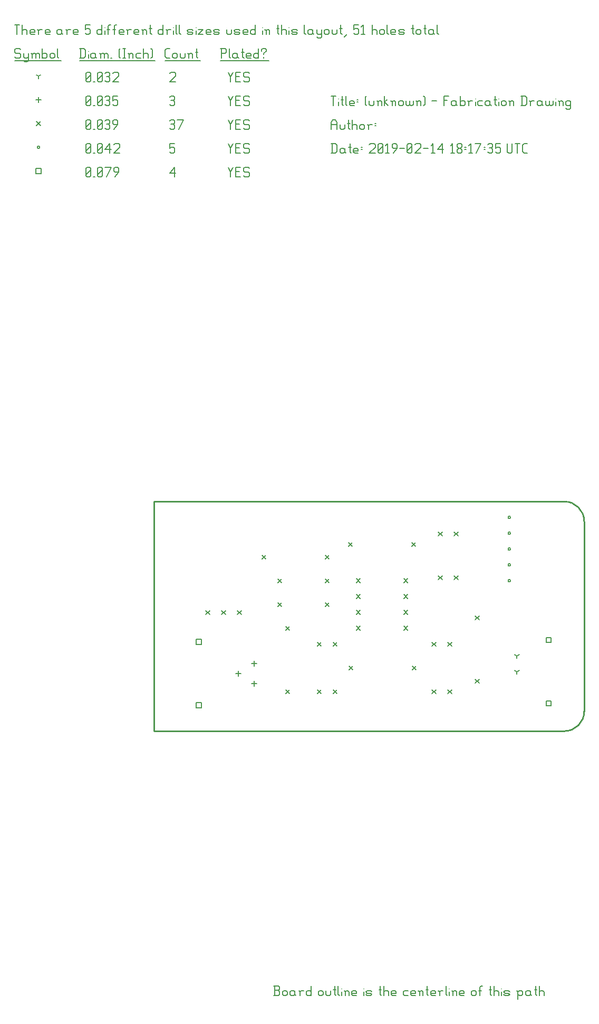
<source format=gbr>
G04 start of page 11 for group -1 layer_idx 268435461 *
G04 Title: (unknown), <virtual group> *
G04 Creator: pcb-rnd 2.1.0 *
G04 CreationDate: 2019-02-14 18:17:35 UTC *
G04 For:  *
G04 Format: Gerber/RS-274X *
G04 PCB-Dimensions: 500000 500000 *
G04 PCB-Coordinate-Origin: lower left *
%MOIN*%
%FSLAX25Y25*%
%LNFAB*%
%ADD62C,0.0100*%
%ADD61C,0.0075*%
%ADD60C,0.0060*%
%ADD59C,0.0080*%
G54D59*X114681Y175496D02*X117881D01*
X114681D02*Y172296D01*
X117881D01*
Y175496D02*Y172296D01*
X114681Y215496D02*X117881D01*
X114681D02*Y212296D01*
X117881D01*
Y215496D02*Y212296D01*
X335900Y216600D02*X339100D01*
X335900D02*Y213400D01*
X339100D01*
Y216600D02*Y213400D01*
X335900Y176600D02*X339100D01*
X335900D02*Y173400D01*
X339100D01*
Y176600D02*Y173400D01*
X13400Y512850D02*X16600D01*
X13400D02*Y509650D01*
X16600D01*
Y512850D02*Y509650D01*
G54D60*X135000Y513500D02*X136500Y510500D01*
X138000Y513500D01*
X136500Y510500D02*Y507500D01*
X139800Y510800D02*X142050D01*
X139800Y507500D02*X142800D01*
X139800Y513500D02*Y507500D01*
Y513500D02*X142800D01*
X147600D02*X148350Y512750D01*
X145350Y513500D02*X147600D01*
X144600Y512750D02*X145350Y513500D01*
X144600Y512750D02*Y511250D01*
X145350Y510500D01*
X147600D01*
X148350Y509750D01*
Y508250D01*
X147600Y507500D02*X148350Y508250D01*
X145350Y507500D02*X147600D01*
X144600Y508250D02*X145350Y507500D01*
X98000Y509750D02*X101000Y513500D01*
X98000Y509750D02*X101750D01*
X101000Y513500D02*Y507500D01*
X45000Y508250D02*X45750Y507500D01*
X45000Y512750D02*Y508250D01*
Y512750D02*X45750Y513500D01*
X47250D01*
X48000Y512750D01*
Y508250D01*
X47250Y507500D02*X48000Y508250D01*
X45750Y507500D02*X47250D01*
X45000Y509000D02*X48000Y512000D01*
X49800Y507500D02*X50550D01*
X52350Y508250D02*X53100Y507500D01*
X52350Y512750D02*Y508250D01*
Y512750D02*X53100Y513500D01*
X54600D01*
X55350Y512750D01*
Y508250D01*
X54600Y507500D02*X55350Y508250D01*
X53100Y507500D02*X54600D01*
X52350Y509000D02*X55350Y512000D01*
X57900Y507500D02*X60900Y513500D01*
X57150D02*X60900D01*
X63450Y507500D02*X65700Y510500D01*
Y512750D02*Y510500D01*
X64950Y513500D02*X65700Y512750D01*
X63450Y513500D02*X64950D01*
X62700Y512750D02*X63450Y513500D01*
X62700Y512750D02*Y511250D01*
X63450Y510500D01*
X65700D01*
X311800Y292500D02*G75*G03X313400Y292500I800J0D01*G01*
G75*G03X311800Y292500I-800J0D01*G01*
Y282500D02*G75*G03X313400Y282500I800J0D01*G01*
G75*G03X311800Y282500I-800J0D01*G01*
Y272500D02*G75*G03X313400Y272500I800J0D01*G01*
G75*G03X311800Y272500I-800J0D01*G01*
Y262500D02*G75*G03X313400Y262500I800J0D01*G01*
G75*G03X311800Y262500I-800J0D01*G01*
Y252500D02*G75*G03X313400Y252500I800J0D01*G01*
G75*G03X311800Y252500I-800J0D01*G01*
X14200Y526250D02*G75*G03X15800Y526250I800J0D01*G01*
G75*G03X14200Y526250I-800J0D01*G01*
X135000Y528500D02*X136500Y525500D01*
X138000Y528500D01*
X136500Y525500D02*Y522500D01*
X139800Y525800D02*X142050D01*
X139800Y522500D02*X142800D01*
X139800Y528500D02*Y522500D01*
Y528500D02*X142800D01*
X147600D02*X148350Y527750D01*
X145350Y528500D02*X147600D01*
X144600Y527750D02*X145350Y528500D01*
X144600Y527750D02*Y526250D01*
X145350Y525500D01*
X147600D01*
X148350Y524750D01*
Y523250D01*
X147600Y522500D02*X148350Y523250D01*
X145350Y522500D02*X147600D01*
X144600Y523250D02*X145350Y522500D01*
X98000Y528500D02*X101000D01*
X98000D02*Y525500D01*
X98750Y526250D01*
X100250D01*
X101000Y525500D01*
Y523250D01*
X100250Y522500D02*X101000Y523250D01*
X98750Y522500D02*X100250D01*
X98000Y523250D02*X98750Y522500D01*
X45000Y523250D02*X45750Y522500D01*
X45000Y527750D02*Y523250D01*
Y527750D02*X45750Y528500D01*
X47250D01*
X48000Y527750D01*
Y523250D01*
X47250Y522500D02*X48000Y523250D01*
X45750Y522500D02*X47250D01*
X45000Y524000D02*X48000Y527000D01*
X49800Y522500D02*X50550D01*
X52350Y523250D02*X53100Y522500D01*
X52350Y527750D02*Y523250D01*
Y527750D02*X53100Y528500D01*
X54600D01*
X55350Y527750D01*
Y523250D01*
X54600Y522500D02*X55350Y523250D01*
X53100Y522500D02*X54600D01*
X52350Y524000D02*X55350Y527000D01*
X57150Y524750D02*X60150Y528500D01*
X57150Y524750D02*X60900D01*
X60150Y528500D02*Y522500D01*
X62700Y527750D02*X63450Y528500D01*
X65700D01*
X66450Y527750D01*
Y526250D01*
X62700Y522500D02*X66450Y526250D01*
X62700Y522500D02*X66450D01*
X216022Y253772D02*X218422Y251372D01*
X216022D02*X218422Y253772D01*
X216022Y243772D02*X218422Y241372D01*
X216022D02*X218422Y243772D01*
X216022Y233772D02*X218422Y231372D01*
X216022D02*X218422Y233772D01*
X216022Y223772D02*X218422Y221372D01*
X216022D02*X218422Y223772D01*
X211300Y198700D02*X213700Y196300D01*
X211300D02*X213700Y198700D01*
X191300Y213700D02*X193700Y211300D01*
X191300D02*X193700Y213700D01*
X201300D02*X203700Y211300D01*
X201300D02*X203700Y213700D01*
X191300Y183700D02*X193700Y181300D01*
X191300D02*X193700Y183700D01*
X201300D02*X203700Y181300D01*
X201300D02*X203700Y183700D01*
X166300Y238700D02*X168700Y236300D01*
X166300D02*X168700Y238700D01*
X171300Y223700D02*X173700Y221300D01*
X171300D02*X173700Y223700D01*
X171300Y183700D02*X173700Y181300D01*
X171300D02*X173700Y183700D01*
X140800Y233700D02*X143200Y231300D01*
X140800D02*X143200Y233700D01*
X130800D02*X133200Y231300D01*
X130800D02*X133200Y233700D01*
X120800D02*X123200Y231300D01*
X120800D02*X123200Y233700D01*
X196300Y238700D02*X198700Y236300D01*
X196300D02*X198700Y238700D01*
X166300Y253700D02*X168700Y251300D01*
X166300D02*X168700Y253700D01*
X196300D02*X198700Y251300D01*
X196300D02*X198700Y253700D01*
X246022Y253772D02*X248422Y251372D01*
X246022D02*X248422Y253772D01*
X246022Y243772D02*X248422Y241372D01*
X246022D02*X248422Y243772D01*
X246022Y233772D02*X248422Y231372D01*
X246022D02*X248422Y233772D01*
X246022Y223772D02*X248422Y221372D01*
X246022D02*X248422Y223772D01*
X263800Y213700D02*X266200Y211300D01*
X263800D02*X266200Y213700D01*
X273800D02*X276200Y211300D01*
X273800D02*X276200Y213700D01*
X251300Y198700D02*X253700Y196300D01*
X251300D02*X253700Y198700D01*
X291135Y230224D02*X293535Y227824D01*
X291135D02*X293535Y230224D01*
X210916Y276604D02*X213316Y274204D01*
X210916D02*X213316Y276604D01*
X156300Y268700D02*X158700Y266300D01*
X156300D02*X158700Y268700D01*
X196300D02*X198700Y266300D01*
X196300D02*X198700Y268700D01*
X250916Y276604D02*X253316Y274204D01*
X250916D02*X253316Y276604D01*
X267800Y255700D02*X270200Y253300D01*
X267800D02*X270200Y255700D01*
X277800D02*X280200Y253300D01*
X277800D02*X280200Y255700D01*
X267800Y283200D02*X270200Y280800D01*
X267800D02*X270200Y283200D01*
X277800D02*X280200Y280800D01*
X277800D02*X280200Y283200D01*
X263800Y183700D02*X266200Y181300D01*
X263800D02*X266200Y183700D01*
X273800D02*X276200Y181300D01*
X273800D02*X276200Y183700D01*
X291135Y190224D02*X293535Y187824D01*
X291135D02*X293535Y190224D01*
X13800Y542450D02*X16200Y540050D01*
X13800D02*X16200Y542450D01*
X135000Y543500D02*X136500Y540500D01*
X138000Y543500D01*
X136500Y540500D02*Y537500D01*
X139800Y540800D02*X142050D01*
X139800Y537500D02*X142800D01*
X139800Y543500D02*Y537500D01*
Y543500D02*X142800D01*
X147600D02*X148350Y542750D01*
X145350Y543500D02*X147600D01*
X144600Y542750D02*X145350Y543500D01*
X144600Y542750D02*Y541250D01*
X145350Y540500D01*
X147600D01*
X148350Y539750D01*
Y538250D01*
X147600Y537500D02*X148350Y538250D01*
X145350Y537500D02*X147600D01*
X144600Y538250D02*X145350Y537500D01*
X98000Y542750D02*X98750Y543500D01*
X100250D01*
X101000Y542750D01*
X100250Y537500D02*X101000Y538250D01*
X98750Y537500D02*X100250D01*
X98000Y538250D02*X98750Y537500D01*
Y540800D02*X100250D01*
X101000Y542750D02*Y541550D01*
Y540050D02*Y538250D01*
Y540050D02*X100250Y540800D01*
X101000Y541550D02*X100250Y540800D01*
X103550Y537500D02*X106550Y543500D01*
X102800D02*X106550D01*
X45000Y538250D02*X45750Y537500D01*
X45000Y542750D02*Y538250D01*
Y542750D02*X45750Y543500D01*
X47250D01*
X48000Y542750D01*
Y538250D01*
X47250Y537500D02*X48000Y538250D01*
X45750Y537500D02*X47250D01*
X45000Y539000D02*X48000Y542000D01*
X49800Y537500D02*X50550D01*
X52350Y538250D02*X53100Y537500D01*
X52350Y542750D02*Y538250D01*
Y542750D02*X53100Y543500D01*
X54600D01*
X55350Y542750D01*
Y538250D01*
X54600Y537500D02*X55350Y538250D01*
X53100Y537500D02*X54600D01*
X52350Y539000D02*X55350Y542000D01*
X57150Y542750D02*X57900Y543500D01*
X59400D01*
X60150Y542750D01*
X59400Y537500D02*X60150Y538250D01*
X57900Y537500D02*X59400D01*
X57150Y538250D02*X57900Y537500D01*
Y540800D02*X59400D01*
X60150Y542750D02*Y541550D01*
Y540050D02*Y538250D01*
Y540050D02*X59400Y540800D01*
X60150Y541550D02*X59400Y540800D01*
X62700Y537500D02*X64950Y540500D01*
Y542750D02*Y540500D01*
X64200Y543500D02*X64950Y542750D01*
X62700Y543500D02*X64200D01*
X61950Y542750D02*X62700Y543500D01*
X61950Y542750D02*Y541250D01*
X62700Y540500D01*
X64950D01*
X151281Y189196D02*Y185996D01*
X149681Y187596D02*X152881D01*
X151281Y201796D02*Y198596D01*
X149681Y200196D02*X152881D01*
X141281Y195496D02*Y192296D01*
X139681Y193896D02*X142881D01*
X15000Y557850D02*Y554650D01*
X13400Y556250D02*X16600D01*
X135000Y558500D02*X136500Y555500D01*
X138000Y558500D01*
X136500Y555500D02*Y552500D01*
X139800Y555800D02*X142050D01*
X139800Y552500D02*X142800D01*
X139800Y558500D02*Y552500D01*
Y558500D02*X142800D01*
X147600D02*X148350Y557750D01*
X145350Y558500D02*X147600D01*
X144600Y557750D02*X145350Y558500D01*
X144600Y557750D02*Y556250D01*
X145350Y555500D01*
X147600D01*
X148350Y554750D01*
Y553250D01*
X147600Y552500D02*X148350Y553250D01*
X145350Y552500D02*X147600D01*
X144600Y553250D02*X145350Y552500D01*
X98000Y557750D02*X98750Y558500D01*
X100250D01*
X101000Y557750D01*
X100250Y552500D02*X101000Y553250D01*
X98750Y552500D02*X100250D01*
X98000Y553250D02*X98750Y552500D01*
Y555800D02*X100250D01*
X101000Y557750D02*Y556550D01*
Y555050D02*Y553250D01*
Y555050D02*X100250Y555800D01*
X101000Y556550D02*X100250Y555800D01*
X45000Y553250D02*X45750Y552500D01*
X45000Y557750D02*Y553250D01*
Y557750D02*X45750Y558500D01*
X47250D01*
X48000Y557750D01*
Y553250D01*
X47250Y552500D02*X48000Y553250D01*
X45750Y552500D02*X47250D01*
X45000Y554000D02*X48000Y557000D01*
X49800Y552500D02*X50550D01*
X52350Y553250D02*X53100Y552500D01*
X52350Y557750D02*Y553250D01*
Y557750D02*X53100Y558500D01*
X54600D01*
X55350Y557750D01*
Y553250D01*
X54600Y552500D02*X55350Y553250D01*
X53100Y552500D02*X54600D01*
X52350Y554000D02*X55350Y557000D01*
X57150Y557750D02*X57900Y558500D01*
X59400D01*
X60150Y557750D01*
X59400Y552500D02*X60150Y553250D01*
X57900Y552500D02*X59400D01*
X57150Y553250D02*X57900Y552500D01*
Y555800D02*X59400D01*
X60150Y557750D02*Y556550D01*
Y555050D02*Y553250D01*
Y555050D02*X59400Y555800D01*
X60150Y556550D02*X59400Y555800D01*
X61950Y558500D02*X64950D01*
X61950D02*Y555500D01*
X62700Y556250D01*
X64200D01*
X64950Y555500D01*
Y553250D01*
X64200Y552500D02*X64950Y553250D01*
X62700Y552500D02*X64200D01*
X61950Y553250D02*X62700Y552500D01*
X317500Y205000D02*Y203400D01*
Y205000D02*X318887Y205800D01*
X317500Y205000D02*X316113Y205800D01*
X317500Y195000D02*Y193400D01*
Y195000D02*X318887Y195800D01*
X317500Y195000D02*X316113Y195800D01*
X15000Y571250D02*Y569650D01*
Y571250D02*X16387Y572050D01*
X15000Y571250D02*X13613Y572050D01*
X135000Y573500D02*X136500Y570500D01*
X138000Y573500D01*
X136500Y570500D02*Y567500D01*
X139800Y570800D02*X142050D01*
X139800Y567500D02*X142800D01*
X139800Y573500D02*Y567500D01*
Y573500D02*X142800D01*
X147600D02*X148350Y572750D01*
X145350Y573500D02*X147600D01*
X144600Y572750D02*X145350Y573500D01*
X144600Y572750D02*Y571250D01*
X145350Y570500D01*
X147600D01*
X148350Y569750D01*
Y568250D01*
X147600Y567500D02*X148350Y568250D01*
X145350Y567500D02*X147600D01*
X144600Y568250D02*X145350Y567500D01*
X98000Y572750D02*X98750Y573500D01*
X101000D01*
X101750Y572750D01*
Y571250D01*
X98000Y567500D02*X101750Y571250D01*
X98000Y567500D02*X101750D01*
X45000Y568250D02*X45750Y567500D01*
X45000Y572750D02*Y568250D01*
Y572750D02*X45750Y573500D01*
X47250D01*
X48000Y572750D01*
Y568250D01*
X47250Y567500D02*X48000Y568250D01*
X45750Y567500D02*X47250D01*
X45000Y569000D02*X48000Y572000D01*
X49800Y567500D02*X50550D01*
X52350Y568250D02*X53100Y567500D01*
X52350Y572750D02*Y568250D01*
Y572750D02*X53100Y573500D01*
X54600D01*
X55350Y572750D01*
Y568250D01*
X54600Y567500D02*X55350Y568250D01*
X53100Y567500D02*X54600D01*
X52350Y569000D02*X55350Y572000D01*
X57150Y572750D02*X57900Y573500D01*
X59400D01*
X60150Y572750D01*
X59400Y567500D02*X60150Y568250D01*
X57900Y567500D02*X59400D01*
X57150Y568250D02*X57900Y567500D01*
Y570800D02*X59400D01*
X60150Y572750D02*Y571550D01*
Y570050D02*Y568250D01*
Y570050D02*X59400Y570800D01*
X60150Y571550D02*X59400Y570800D01*
X61950Y572750D02*X62700Y573500D01*
X64950D01*
X65700Y572750D01*
Y571250D01*
X61950Y567500D02*X65700Y571250D01*
X61950Y567500D02*X65700D01*
X3000Y588500D02*X3750Y587750D01*
X750Y588500D02*X3000D01*
X0Y587750D02*X750Y588500D01*
X0Y587750D02*Y586250D01*
X750Y585500D01*
X3000D01*
X3750Y584750D01*
Y583250D01*
X3000Y582500D02*X3750Y583250D01*
X750Y582500D02*X3000D01*
X0Y583250D02*X750Y582500D01*
X5550Y585500D02*Y583250D01*
X6300Y582500D01*
X8550Y585500D02*Y581000D01*
X7800Y580250D02*X8550Y581000D01*
X6300Y580250D02*X7800D01*
X5550Y581000D02*X6300Y580250D01*
Y582500D02*X7800D01*
X8550Y583250D01*
X11100Y584750D02*Y582500D01*
Y584750D02*X11850Y585500D01*
X12600D01*
X13350Y584750D01*
Y582500D01*
Y584750D02*X14100Y585500D01*
X14850D01*
X15600Y584750D01*
Y582500D01*
X10350Y585500D02*X11100Y584750D01*
X17400Y588500D02*Y582500D01*
Y583250D02*X18150Y582500D01*
X19650D01*
X20400Y583250D01*
Y584750D02*Y583250D01*
X19650Y585500D02*X20400Y584750D01*
X18150Y585500D02*X19650D01*
X17400Y584750D02*X18150Y585500D01*
X22200Y584750D02*Y583250D01*
Y584750D02*X22950Y585500D01*
X24450D01*
X25200Y584750D01*
Y583250D01*
X24450Y582500D02*X25200Y583250D01*
X22950Y582500D02*X24450D01*
X22200Y583250D02*X22950Y582500D01*
X27000Y588500D02*Y583250D01*
X27750Y582500D01*
X0Y580750D02*X29250D01*
X41750Y588500D02*Y582500D01*
X43700Y588500D02*X44750Y587450D01*
Y583550D01*
X43700Y582500D02*X44750Y583550D01*
X41000Y582500D02*X43700D01*
X41000Y588500D02*X43700D01*
G54D61*X46550Y587000D02*Y586850D01*
G54D60*Y584750D02*Y582500D01*
X50300Y585500D02*X51050Y584750D01*
X48800Y585500D02*X50300D01*
X48050Y584750D02*X48800Y585500D01*
X48050Y584750D02*Y583250D01*
X48800Y582500D01*
X51050Y585500D02*Y583250D01*
X51800Y582500D01*
X48800D02*X50300D01*
X51050Y583250D01*
X54350Y584750D02*Y582500D01*
Y584750D02*X55100Y585500D01*
X55850D01*
X56600Y584750D01*
Y582500D01*
Y584750D02*X57350Y585500D01*
X58100D01*
X58850Y584750D01*
Y582500D01*
X53600Y585500D02*X54350Y584750D01*
X60650Y582500D02*X61400D01*
X65900Y583250D02*X66650Y582500D01*
X65900Y587750D02*X66650Y588500D01*
X65900Y587750D02*Y583250D01*
X68450Y588500D02*X69950D01*
X69200D02*Y582500D01*
X68450D02*X69950D01*
X72500Y584750D02*Y582500D01*
Y584750D02*X73250Y585500D01*
X74000D01*
X74750Y584750D01*
Y582500D01*
X71750Y585500D02*X72500Y584750D01*
X77300Y585500D02*X79550D01*
X76550Y584750D02*X77300Y585500D01*
X76550Y584750D02*Y583250D01*
X77300Y582500D01*
X79550D01*
X81350Y588500D02*Y582500D01*
Y584750D02*X82100Y585500D01*
X83600D01*
X84350Y584750D01*
Y582500D01*
X86150Y588500D02*X86900Y587750D01*
Y583250D01*
X86150Y582500D02*X86900Y583250D01*
X41000Y580750D02*X88700D01*
X96050Y582500D02*X98000D01*
X95000Y583550D02*X96050Y582500D01*
X95000Y587450D02*Y583550D01*
Y587450D02*X96050Y588500D01*
X98000D01*
X99800Y584750D02*Y583250D01*
Y584750D02*X100550Y585500D01*
X102050D01*
X102800Y584750D01*
Y583250D01*
X102050Y582500D02*X102800Y583250D01*
X100550Y582500D02*X102050D01*
X99800Y583250D02*X100550Y582500D01*
X104600Y585500D02*Y583250D01*
X105350Y582500D01*
X106850D01*
X107600Y583250D01*
Y585500D02*Y583250D01*
X110150Y584750D02*Y582500D01*
Y584750D02*X110900Y585500D01*
X111650D01*
X112400Y584750D01*
Y582500D01*
X109400Y585500D02*X110150Y584750D01*
X114950Y588500D02*Y583250D01*
X115700Y582500D01*
X114200Y586250D02*X115700D01*
X95000Y580750D02*X117200D01*
X130750Y588500D02*Y582500D01*
X130000Y588500D02*X133000D01*
X133750Y587750D01*
Y586250D01*
X133000Y585500D02*X133750Y586250D01*
X130750Y585500D02*X133000D01*
X135550Y588500D02*Y583250D01*
X136300Y582500D01*
X140050Y585500D02*X140800Y584750D01*
X138550Y585500D02*X140050D01*
X137800Y584750D02*X138550Y585500D01*
X137800Y584750D02*Y583250D01*
X138550Y582500D01*
X140800Y585500D02*Y583250D01*
X141550Y582500D01*
X138550D02*X140050D01*
X140800Y583250D01*
X144100Y588500D02*Y583250D01*
X144850Y582500D01*
X143350Y586250D02*X144850D01*
X147100Y582500D02*X149350D01*
X146350Y583250D02*X147100Y582500D01*
X146350Y584750D02*Y583250D01*
Y584750D02*X147100Y585500D01*
X148600D01*
X149350Y584750D01*
X146350Y584000D02*X149350D01*
Y584750D01*
X154150Y588500D02*Y582500D01*
X153400D02*X154150Y583250D01*
X151900Y582500D02*X153400D01*
X151150Y583250D02*X151900Y582500D01*
X151150Y584750D02*Y583250D01*
Y584750D02*X151900Y585500D01*
X153400D01*
X154150Y584750D01*
X157450Y585500D02*Y584750D01*
Y583250D02*Y582500D01*
X155950Y587750D02*Y587000D01*
Y587750D02*X156700Y588500D01*
X158200D01*
X158950Y587750D01*
Y587000D01*
X157450Y585500D02*X158950Y587000D01*
X130000Y580750D02*X160750D01*
X0Y603500D02*X3000D01*
X1500D02*Y597500D01*
X4800Y603500D02*Y597500D01*
Y599750D02*X5550Y600500D01*
X7050D01*
X7800Y599750D01*
Y597500D01*
X10350D02*X12600D01*
X9600Y598250D02*X10350Y597500D01*
X9600Y599750D02*Y598250D01*
Y599750D02*X10350Y600500D01*
X11850D01*
X12600Y599750D01*
X9600Y599000D02*X12600D01*
Y599750D01*
X15150D02*Y597500D01*
Y599750D02*X15900Y600500D01*
X17400D01*
X14400D02*X15150Y599750D01*
X19950Y597500D02*X22200D01*
X19200Y598250D02*X19950Y597500D01*
X19200Y599750D02*Y598250D01*
Y599750D02*X19950Y600500D01*
X21450D01*
X22200Y599750D01*
X19200Y599000D02*X22200D01*
Y599750D01*
X28950Y600500D02*X29700Y599750D01*
X27450Y600500D02*X28950D01*
X26700Y599750D02*X27450Y600500D01*
X26700Y599750D02*Y598250D01*
X27450Y597500D01*
X29700Y600500D02*Y598250D01*
X30450Y597500D01*
X27450D02*X28950D01*
X29700Y598250D01*
X33000Y599750D02*Y597500D01*
Y599750D02*X33750Y600500D01*
X35250D01*
X32250D02*X33000Y599750D01*
X37800Y597500D02*X40050D01*
X37050Y598250D02*X37800Y597500D01*
X37050Y599750D02*Y598250D01*
Y599750D02*X37800Y600500D01*
X39300D01*
X40050Y599750D01*
X37050Y599000D02*X40050D01*
Y599750D01*
X44550Y603500D02*X47550D01*
X44550D02*Y600500D01*
X45300Y601250D01*
X46800D01*
X47550Y600500D01*
Y598250D01*
X46800Y597500D02*X47550Y598250D01*
X45300Y597500D02*X46800D01*
X44550Y598250D02*X45300Y597500D01*
X55050Y603500D02*Y597500D01*
X54300D02*X55050Y598250D01*
X52800Y597500D02*X54300D01*
X52050Y598250D02*X52800Y597500D01*
X52050Y599750D02*Y598250D01*
Y599750D02*X52800Y600500D01*
X54300D01*
X55050Y599750D01*
G54D61*X56850Y602000D02*Y601850D01*
G54D60*Y599750D02*Y597500D01*
X59100Y602750D02*Y597500D01*
Y602750D02*X59850Y603500D01*
X60600D01*
X58350Y600500D02*X59850D01*
X62850Y602750D02*Y597500D01*
Y602750D02*X63600Y603500D01*
X64350D01*
X62100Y600500D02*X63600D01*
X66600Y597500D02*X68850D01*
X65850Y598250D02*X66600Y597500D01*
X65850Y599750D02*Y598250D01*
Y599750D02*X66600Y600500D01*
X68100D01*
X68850Y599750D01*
X65850Y599000D02*X68850D01*
Y599750D01*
X71400D02*Y597500D01*
Y599750D02*X72150Y600500D01*
X73650D01*
X70650D02*X71400Y599750D01*
X76200Y597500D02*X78450D01*
X75450Y598250D02*X76200Y597500D01*
X75450Y599750D02*Y598250D01*
Y599750D02*X76200Y600500D01*
X77700D01*
X78450Y599750D01*
X75450Y599000D02*X78450D01*
Y599750D01*
X81000D02*Y597500D01*
Y599750D02*X81750Y600500D01*
X82500D01*
X83250Y599750D01*
Y597500D01*
X80250Y600500D02*X81000Y599750D01*
X85800Y603500D02*Y598250D01*
X86550Y597500D01*
X85050Y601250D02*X86550D01*
X93750Y603500D02*Y597500D01*
X93000D02*X93750Y598250D01*
X91500Y597500D02*X93000D01*
X90750Y598250D02*X91500Y597500D01*
X90750Y599750D02*Y598250D01*
Y599750D02*X91500Y600500D01*
X93000D01*
X93750Y599750D01*
X96300D02*Y597500D01*
Y599750D02*X97050Y600500D01*
X98550D01*
X95550D02*X96300Y599750D01*
G54D61*X100350Y602000D02*Y601850D01*
G54D60*Y599750D02*Y597500D01*
X101850Y603500D02*Y598250D01*
X102600Y597500D01*
X104100Y603500D02*Y598250D01*
X104850Y597500D01*
X109800D02*X112050D01*
X112800Y598250D01*
X112050Y599000D02*X112800Y598250D01*
X109800Y599000D02*X112050D01*
X109050Y599750D02*X109800Y599000D01*
X109050Y599750D02*X109800Y600500D01*
X112050D01*
X112800Y599750D01*
X109050Y598250D02*X109800Y597500D01*
G54D61*X114600Y602000D02*Y601850D01*
G54D60*Y599750D02*Y597500D01*
X116100Y600500D02*X119100D01*
X116100Y597500D02*X119100Y600500D01*
X116100Y597500D02*X119100D01*
X121650D02*X123900D01*
X120900Y598250D02*X121650Y597500D01*
X120900Y599750D02*Y598250D01*
Y599750D02*X121650Y600500D01*
X123150D01*
X123900Y599750D01*
X120900Y599000D02*X123900D01*
Y599750D01*
X126450Y597500D02*X128700D01*
X129450Y598250D01*
X128700Y599000D02*X129450Y598250D01*
X126450Y599000D02*X128700D01*
X125700Y599750D02*X126450Y599000D01*
X125700Y599750D02*X126450Y600500D01*
X128700D01*
X129450Y599750D01*
X125700Y598250D02*X126450Y597500D01*
X133950Y600500D02*Y598250D01*
X134700Y597500D01*
X136200D01*
X136950Y598250D01*
Y600500D02*Y598250D01*
X139500Y597500D02*X141750D01*
X142500Y598250D01*
X141750Y599000D02*X142500Y598250D01*
X139500Y599000D02*X141750D01*
X138750Y599750D02*X139500Y599000D01*
X138750Y599750D02*X139500Y600500D01*
X141750D01*
X142500Y599750D01*
X138750Y598250D02*X139500Y597500D01*
X145050D02*X147300D01*
X144300Y598250D02*X145050Y597500D01*
X144300Y599750D02*Y598250D01*
Y599750D02*X145050Y600500D01*
X146550D01*
X147300Y599750D01*
X144300Y599000D02*X147300D01*
Y599750D01*
X152100Y603500D02*Y597500D01*
X151350D02*X152100Y598250D01*
X149850Y597500D02*X151350D01*
X149100Y598250D02*X149850Y597500D01*
X149100Y599750D02*Y598250D01*
Y599750D02*X149850Y600500D01*
X151350D01*
X152100Y599750D01*
G54D61*X156600Y602000D02*Y601850D01*
G54D60*Y599750D02*Y597500D01*
X158850Y599750D02*Y597500D01*
Y599750D02*X159600Y600500D01*
X160350D01*
X161100Y599750D01*
Y597500D01*
X158100Y600500D02*X158850Y599750D01*
X166350Y603500D02*Y598250D01*
X167100Y597500D01*
X165600Y601250D02*X167100D01*
X168600Y603500D02*Y597500D01*
Y599750D02*X169350Y600500D01*
X170850D01*
X171600Y599750D01*
Y597500D01*
G54D61*X173400Y602000D02*Y601850D01*
G54D60*Y599750D02*Y597500D01*
X175650D02*X177900D01*
X178650Y598250D01*
X177900Y599000D02*X178650Y598250D01*
X175650Y599000D02*X177900D01*
X174900Y599750D02*X175650Y599000D01*
X174900Y599750D02*X175650Y600500D01*
X177900D01*
X178650Y599750D01*
X174900Y598250D02*X175650Y597500D01*
X183150Y603500D02*Y598250D01*
X183900Y597500D01*
X187650Y600500D02*X188400Y599750D01*
X186150Y600500D02*X187650D01*
X185400Y599750D02*X186150Y600500D01*
X185400Y599750D02*Y598250D01*
X186150Y597500D01*
X188400Y600500D02*Y598250D01*
X189150Y597500D01*
X186150D02*X187650D01*
X188400Y598250D01*
X190950Y600500D02*Y598250D01*
X191700Y597500D01*
X193950Y600500D02*Y596000D01*
X193200Y595250D02*X193950Y596000D01*
X191700Y595250D02*X193200D01*
X190950Y596000D02*X191700Y595250D01*
Y597500D02*X193200D01*
X193950Y598250D01*
X195750Y599750D02*Y598250D01*
Y599750D02*X196500Y600500D01*
X198000D01*
X198750Y599750D01*
Y598250D01*
X198000Y597500D02*X198750Y598250D01*
X196500Y597500D02*X198000D01*
X195750Y598250D02*X196500Y597500D01*
X200550Y600500D02*Y598250D01*
X201300Y597500D01*
X202800D01*
X203550Y598250D01*
Y600500D02*Y598250D01*
X206100Y603500D02*Y598250D01*
X206850Y597500D01*
X205350Y601250D02*X206850D01*
X208350Y596000D02*X209850Y597500D01*
X214350Y603500D02*X217350D01*
X214350D02*Y600500D01*
X215100Y601250D01*
X216600D01*
X217350Y600500D01*
Y598250D01*
X216600Y597500D02*X217350Y598250D01*
X215100Y597500D02*X216600D01*
X214350Y598250D02*X215100Y597500D01*
X219150Y602300D02*X220350Y603500D01*
Y597500D01*
X219150D02*X221400D01*
X225900Y603500D02*Y597500D01*
Y599750D02*X226650Y600500D01*
X228150D01*
X228900Y599750D01*
Y597500D01*
X230700Y599750D02*Y598250D01*
Y599750D02*X231450Y600500D01*
X232950D01*
X233700Y599750D01*
Y598250D01*
X232950Y597500D02*X233700Y598250D01*
X231450Y597500D02*X232950D01*
X230700Y598250D02*X231450Y597500D01*
X235500Y603500D02*Y598250D01*
X236250Y597500D01*
X238500D02*X240750D01*
X237750Y598250D02*X238500Y597500D01*
X237750Y599750D02*Y598250D01*
Y599750D02*X238500Y600500D01*
X240000D01*
X240750Y599750D01*
X237750Y599000D02*X240750D01*
Y599750D01*
X243300Y597500D02*X245550D01*
X246300Y598250D01*
X245550Y599000D02*X246300Y598250D01*
X243300Y599000D02*X245550D01*
X242550Y599750D02*X243300Y599000D01*
X242550Y599750D02*X243300Y600500D01*
X245550D01*
X246300Y599750D01*
X242550Y598250D02*X243300Y597500D01*
X251550Y603500D02*Y598250D01*
X252300Y597500D01*
X250800Y601250D02*X252300D01*
X253800Y599750D02*Y598250D01*
Y599750D02*X254550Y600500D01*
X256050D01*
X256800Y599750D01*
Y598250D01*
X256050Y597500D02*X256800Y598250D01*
X254550Y597500D02*X256050D01*
X253800Y598250D02*X254550Y597500D01*
X259350Y603500D02*Y598250D01*
X260100Y597500D01*
X258600Y601250D02*X260100D01*
X263850Y600500D02*X264600Y599750D01*
X262350Y600500D02*X263850D01*
X261600Y599750D02*X262350Y600500D01*
X261600Y599750D02*Y598250D01*
X262350Y597500D01*
X264600Y600500D02*Y598250D01*
X265350Y597500D01*
X262350D02*X263850D01*
X264600Y598250D01*
X267150Y603500D02*Y598250D01*
X267900Y597500D01*
G54D62*X88000Y302500D02*Y157500D01*
X360000Y290000D02*Y170000D01*
X347500Y302500D02*X88000D01*
Y157500D02*X347500D01*
X360000Y290000D02*G75*G03X347500Y302500I-12500J0D01*G01*
Y157500D02*G75*G03X360000Y170000I0J12500D01*G01*
G54D60*X163675Y-9500D02*X166675D01*
X167425Y-8750D01*
Y-6950D02*Y-8750D01*
X166675Y-6200D02*X167425Y-6950D01*
X164425Y-6200D02*X166675D01*
X164425Y-3500D02*Y-9500D01*
X163675Y-3500D02*X166675D01*
X167425Y-4250D01*
Y-5450D01*
X166675Y-6200D02*X167425Y-5450D01*
X169225Y-7250D02*Y-8750D01*
Y-7250D02*X169975Y-6500D01*
X171475D01*
X172225Y-7250D01*
Y-8750D01*
X171475Y-9500D02*X172225Y-8750D01*
X169975Y-9500D02*X171475D01*
X169225Y-8750D02*X169975Y-9500D01*
X176275Y-6500D02*X177025Y-7250D01*
X174775Y-6500D02*X176275D01*
X174025Y-7250D02*X174775Y-6500D01*
X174025Y-7250D02*Y-8750D01*
X174775Y-9500D01*
X177025Y-6500D02*Y-8750D01*
X177775Y-9500D01*
X174775D02*X176275D01*
X177025Y-8750D01*
X180325Y-7250D02*Y-9500D01*
Y-7250D02*X181075Y-6500D01*
X182575D01*
X179575D02*X180325Y-7250D01*
X187375Y-3500D02*Y-9500D01*
X186625D02*X187375Y-8750D01*
X185125Y-9500D02*X186625D01*
X184375Y-8750D02*X185125Y-9500D01*
X184375Y-7250D02*Y-8750D01*
Y-7250D02*X185125Y-6500D01*
X186625D01*
X187375Y-7250D01*
X191875D02*Y-8750D01*
Y-7250D02*X192625Y-6500D01*
X194125D01*
X194875Y-7250D01*
Y-8750D01*
X194125Y-9500D02*X194875Y-8750D01*
X192625Y-9500D02*X194125D01*
X191875Y-8750D02*X192625Y-9500D01*
X196675Y-6500D02*Y-8750D01*
X197425Y-9500D01*
X198925D01*
X199675Y-8750D01*
Y-6500D02*Y-8750D01*
X202225Y-3500D02*Y-8750D01*
X202975Y-9500D01*
X201475Y-5750D02*X202975D01*
X204475Y-3500D02*Y-8750D01*
X205225Y-9500D01*
G54D61*X206725Y-5000D02*Y-5150D01*
G54D60*Y-7250D02*Y-9500D01*
X208975Y-7250D02*Y-9500D01*
Y-7250D02*X209725Y-6500D01*
X210475D01*
X211225Y-7250D01*
Y-9500D01*
X208225Y-6500D02*X208975Y-7250D01*
X213775Y-9500D02*X216025D01*
X213025Y-8750D02*X213775Y-9500D01*
X213025Y-7250D02*Y-8750D01*
Y-7250D02*X213775Y-6500D01*
X215275D01*
X216025Y-7250D01*
X213025Y-8000D02*X216025D01*
Y-7250D01*
G54D61*X220525Y-5000D02*Y-5150D01*
G54D60*Y-7250D02*Y-9500D01*
X222775D02*X225025D01*
X225775Y-8750D01*
X225025Y-8000D02*X225775Y-8750D01*
X222775Y-8000D02*X225025D01*
X222025Y-7250D02*X222775Y-8000D01*
X222025Y-7250D02*X222775Y-6500D01*
X225025D01*
X225775Y-7250D01*
X222025Y-8750D02*X222775Y-9500D01*
X231025Y-3500D02*Y-8750D01*
X231775Y-9500D01*
X230275Y-5750D02*X231775D01*
X233275Y-3500D02*Y-9500D01*
Y-7250D02*X234025Y-6500D01*
X235525D01*
X236275Y-7250D01*
Y-9500D01*
X238825D02*X241075D01*
X238075Y-8750D02*X238825Y-9500D01*
X238075Y-7250D02*Y-8750D01*
Y-7250D02*X238825Y-6500D01*
X240325D01*
X241075Y-7250D01*
X238075Y-8000D02*X241075D01*
Y-7250D01*
X246325Y-6500D02*X248575D01*
X245575Y-7250D02*X246325Y-6500D01*
X245575Y-7250D02*Y-8750D01*
X246325Y-9500D01*
X248575D01*
X251125D02*X253375D01*
X250375Y-8750D02*X251125Y-9500D01*
X250375Y-7250D02*Y-8750D01*
Y-7250D02*X251125Y-6500D01*
X252625D01*
X253375Y-7250D01*
X250375Y-8000D02*X253375D01*
Y-7250D01*
X255925D02*Y-9500D01*
Y-7250D02*X256675Y-6500D01*
X257425D01*
X258175Y-7250D01*
Y-9500D01*
X255175Y-6500D02*X255925Y-7250D01*
X260725Y-3500D02*Y-8750D01*
X261475Y-9500D01*
X259975Y-5750D02*X261475D01*
X263725Y-9500D02*X265975D01*
X262975Y-8750D02*X263725Y-9500D01*
X262975Y-7250D02*Y-8750D01*
Y-7250D02*X263725Y-6500D01*
X265225D01*
X265975Y-7250D01*
X262975Y-8000D02*X265975D01*
Y-7250D01*
X268525D02*Y-9500D01*
Y-7250D02*X269275Y-6500D01*
X270775D01*
X267775D02*X268525Y-7250D01*
X272575Y-3500D02*Y-8750D01*
X273325Y-9500D01*
G54D61*X274825Y-5000D02*Y-5150D01*
G54D60*Y-7250D02*Y-9500D01*
X277075Y-7250D02*Y-9500D01*
Y-7250D02*X277825Y-6500D01*
X278575D01*
X279325Y-7250D01*
Y-9500D01*
X276325Y-6500D02*X277075Y-7250D01*
X281875Y-9500D02*X284125D01*
X281125Y-8750D02*X281875Y-9500D01*
X281125Y-7250D02*Y-8750D01*
Y-7250D02*X281875Y-6500D01*
X283375D01*
X284125Y-7250D01*
X281125Y-8000D02*X284125D01*
Y-7250D01*
X288625D02*Y-8750D01*
Y-7250D02*X289375Y-6500D01*
X290875D01*
X291625Y-7250D01*
Y-8750D01*
X290875Y-9500D02*X291625Y-8750D01*
X289375Y-9500D02*X290875D01*
X288625Y-8750D02*X289375Y-9500D01*
X294175Y-4250D02*Y-9500D01*
Y-4250D02*X294925Y-3500D01*
X295675D01*
X293425Y-6500D02*X294925D01*
X300625Y-3500D02*Y-8750D01*
X301375Y-9500D01*
X299875Y-5750D02*X301375D01*
X302875Y-3500D02*Y-9500D01*
Y-7250D02*X303625Y-6500D01*
X305125D01*
X305875Y-7250D01*
Y-9500D01*
G54D61*X307675Y-5000D02*Y-5150D01*
G54D60*Y-7250D02*Y-9500D01*
X309925D02*X312175D01*
X312925Y-8750D01*
X312175Y-8000D02*X312925Y-8750D01*
X309925Y-8000D02*X312175D01*
X309175Y-7250D02*X309925Y-8000D01*
X309175Y-7250D02*X309925Y-6500D01*
X312175D01*
X312925Y-7250D01*
X309175Y-8750D02*X309925Y-9500D01*
X318175Y-7250D02*Y-11750D01*
X317425Y-6500D02*X318175Y-7250D01*
X318925Y-6500D01*
X320425D01*
X321175Y-7250D01*
Y-8750D01*
X320425Y-9500D02*X321175Y-8750D01*
X318925Y-9500D02*X320425D01*
X318175Y-8750D02*X318925Y-9500D01*
X325225Y-6500D02*X325975Y-7250D01*
X323725Y-6500D02*X325225D01*
X322975Y-7250D02*X323725Y-6500D01*
X322975Y-7250D02*Y-8750D01*
X323725Y-9500D01*
X325975Y-6500D02*Y-8750D01*
X326725Y-9500D01*
X323725D02*X325225D01*
X325975Y-8750D01*
X329275Y-3500D02*Y-8750D01*
X330025Y-9500D01*
X328525Y-5750D02*X330025D01*
X331525Y-3500D02*Y-9500D01*
Y-7250D02*X332275Y-6500D01*
X333775D01*
X334525Y-7250D01*
Y-9500D01*
X200750Y528500D02*Y522500D01*
X202700Y528500D02*X203750Y527450D01*
Y523550D01*
X202700Y522500D02*X203750Y523550D01*
X200000Y522500D02*X202700D01*
X200000Y528500D02*X202700D01*
X207800Y525500D02*X208550Y524750D01*
X206300Y525500D02*X207800D01*
X205550Y524750D02*X206300Y525500D01*
X205550Y524750D02*Y523250D01*
X206300Y522500D01*
X208550Y525500D02*Y523250D01*
X209300Y522500D01*
X206300D02*X207800D01*
X208550Y523250D01*
X211850Y528500D02*Y523250D01*
X212600Y522500D01*
X211100Y526250D02*X212600D01*
X214850Y522500D02*X217100D01*
X214100Y523250D02*X214850Y522500D01*
X214100Y524750D02*Y523250D01*
Y524750D02*X214850Y525500D01*
X216350D01*
X217100Y524750D01*
X214100Y524000D02*X217100D01*
Y524750D01*
X218900Y526250D02*X219650D01*
X218900Y524750D02*X219650D01*
X224150Y527750D02*X224900Y528500D01*
X227150D01*
X227900Y527750D01*
Y526250D01*
X224150Y522500D02*X227900Y526250D01*
X224150Y522500D02*X227900D01*
X229700Y523250D02*X230450Y522500D01*
X229700Y527750D02*Y523250D01*
Y527750D02*X230450Y528500D01*
X231950D01*
X232700Y527750D01*
Y523250D01*
X231950Y522500D02*X232700Y523250D01*
X230450Y522500D02*X231950D01*
X229700Y524000D02*X232700Y527000D01*
X234500Y527300D02*X235700Y528500D01*
Y522500D01*
X234500D02*X236750D01*
X239300D02*X241550Y525500D01*
Y527750D02*Y525500D01*
X240800Y528500D02*X241550Y527750D01*
X239300Y528500D02*X240800D01*
X238550Y527750D02*X239300Y528500D01*
X238550Y527750D02*Y526250D01*
X239300Y525500D01*
X241550D01*
X243350D02*X246350D01*
X248150Y523250D02*X248900Y522500D01*
X248150Y527750D02*Y523250D01*
Y527750D02*X248900Y528500D01*
X250400D01*
X251150Y527750D01*
Y523250D01*
X250400Y522500D02*X251150Y523250D01*
X248900Y522500D02*X250400D01*
X248150Y524000D02*X251150Y527000D01*
X252950Y527750D02*X253700Y528500D01*
X255950D01*
X256700Y527750D01*
Y526250D01*
X252950Y522500D02*X256700Y526250D01*
X252950Y522500D02*X256700D01*
X258500Y525500D02*X261500D01*
X263300Y527300D02*X264500Y528500D01*
Y522500D01*
X263300D02*X265550D01*
X267350Y524750D02*X270350Y528500D01*
X267350Y524750D02*X271100D01*
X270350Y528500D02*Y522500D01*
X275600Y527300D02*X276800Y528500D01*
Y522500D01*
X275600D02*X277850D01*
X279650Y523250D02*X280400Y522500D01*
X279650Y524450D02*Y523250D01*
Y524450D02*X280700Y525500D01*
X281600D01*
X282650Y524450D01*
Y523250D01*
X281900Y522500D02*X282650Y523250D01*
X280400Y522500D02*X281900D01*
X279650Y526550D02*X280700Y525500D01*
X279650Y527750D02*Y526550D01*
Y527750D02*X280400Y528500D01*
X281900D01*
X282650Y527750D01*
Y526550D01*
X281600Y525500D02*X282650Y526550D01*
X284450Y526250D02*X285200D01*
X284450Y524750D02*X285200D01*
X287000Y527300D02*X288200Y528500D01*
Y522500D01*
X287000D02*X289250D01*
X291800D02*X294800Y528500D01*
X291050D02*X294800D01*
X296600Y526250D02*X297350D01*
X296600Y524750D02*X297350D01*
X299150Y527750D02*X299900Y528500D01*
X301400D01*
X302150Y527750D01*
X301400Y522500D02*X302150Y523250D01*
X299900Y522500D02*X301400D01*
X299150Y523250D02*X299900Y522500D01*
Y525800D02*X301400D01*
X302150Y527750D02*Y526550D01*
Y525050D02*Y523250D01*
Y525050D02*X301400Y525800D01*
X302150Y526550D02*X301400Y525800D01*
X303950Y528500D02*X306950D01*
X303950D02*Y525500D01*
X304700Y526250D01*
X306200D01*
X306950Y525500D01*
Y523250D01*
X306200Y522500D02*X306950Y523250D01*
X304700Y522500D02*X306200D01*
X303950Y523250D02*X304700Y522500D01*
X311450Y528500D02*Y523250D01*
X312200Y522500D01*
X313700D01*
X314450Y523250D01*
Y528500D02*Y523250D01*
X316250Y528500D02*X319250D01*
X317750D02*Y522500D01*
X322100D02*X324050D01*
X321050Y523550D02*X322100Y522500D01*
X321050Y527450D02*Y523550D01*
Y527450D02*X322100Y528500D01*
X324050D01*
X200000Y542000D02*Y537500D01*
Y542000D02*X201050Y543500D01*
X202700D01*
X203750Y542000D01*
Y537500D01*
X200000Y540500D02*X203750D01*
X205550D02*Y538250D01*
X206300Y537500D01*
X207800D01*
X208550Y538250D01*
Y540500D02*Y538250D01*
X211100Y543500D02*Y538250D01*
X211850Y537500D01*
X210350Y541250D02*X211850D01*
X213350Y543500D02*Y537500D01*
Y539750D02*X214100Y540500D01*
X215600D01*
X216350Y539750D01*
Y537500D01*
X218150Y539750D02*Y538250D01*
Y539750D02*X218900Y540500D01*
X220400D01*
X221150Y539750D01*
Y538250D01*
X220400Y537500D02*X221150Y538250D01*
X218900Y537500D02*X220400D01*
X218150Y538250D02*X218900Y537500D01*
X223700Y539750D02*Y537500D01*
Y539750D02*X224450Y540500D01*
X225950D01*
X222950D02*X223700Y539750D01*
X227750Y541250D02*X228500D01*
X227750Y539750D02*X228500D01*
X200000Y558500D02*X203000D01*
X201500D02*Y552500D01*
G54D61*X204800Y557000D02*Y556850D01*
G54D60*Y554750D02*Y552500D01*
X207050Y558500D02*Y553250D01*
X207800Y552500D01*
X206300Y556250D02*X207800D01*
X209300Y558500D02*Y553250D01*
X210050Y552500D01*
X212300D02*X214550D01*
X211550Y553250D02*X212300Y552500D01*
X211550Y554750D02*Y553250D01*
Y554750D02*X212300Y555500D01*
X213800D01*
X214550Y554750D01*
X211550Y554000D02*X214550D01*
Y554750D01*
X216350Y556250D02*X217100D01*
X216350Y554750D02*X217100D01*
X221600Y553250D02*X222350Y552500D01*
X221600Y557750D02*X222350Y558500D01*
X221600Y557750D02*Y553250D01*
X224150Y555500D02*Y553250D01*
X224900Y552500D01*
X226400D01*
X227150Y553250D01*
Y555500D02*Y553250D01*
X229700Y554750D02*Y552500D01*
Y554750D02*X230450Y555500D01*
X231200D01*
X231950Y554750D01*
Y552500D01*
X228950Y555500D02*X229700Y554750D01*
X233750Y558500D02*Y552500D01*
Y554750D02*X236000Y552500D01*
X233750Y554750D02*X235250Y556250D01*
X238550Y554750D02*Y552500D01*
Y554750D02*X239300Y555500D01*
X240050D01*
X240800Y554750D01*
Y552500D01*
X237800Y555500D02*X238550Y554750D01*
X242600D02*Y553250D01*
Y554750D02*X243350Y555500D01*
X244850D01*
X245600Y554750D01*
Y553250D01*
X244850Y552500D02*X245600Y553250D01*
X243350Y552500D02*X244850D01*
X242600Y553250D02*X243350Y552500D01*
X247400Y555500D02*Y553250D01*
X248150Y552500D01*
X248900D01*
X249650Y553250D01*
Y555500D02*Y553250D01*
X250400Y552500D01*
X251150D01*
X251900Y553250D01*
Y555500D02*Y553250D01*
X254450Y554750D02*Y552500D01*
Y554750D02*X255200Y555500D01*
X255950D01*
X256700Y554750D01*
Y552500D01*
X253700Y555500D02*X254450Y554750D01*
X258500Y558500D02*X259250Y557750D01*
Y553250D01*
X258500Y552500D02*X259250Y553250D01*
X263750Y555500D02*X266750D01*
X271250Y558500D02*Y552500D01*
Y558500D02*X274250D01*
X271250Y555800D02*X273500D01*
X278300Y555500D02*X279050Y554750D01*
X276800Y555500D02*X278300D01*
X276050Y554750D02*X276800Y555500D01*
X276050Y554750D02*Y553250D01*
X276800Y552500D01*
X279050Y555500D02*Y553250D01*
X279800Y552500D01*
X276800D02*X278300D01*
X279050Y553250D01*
X281600Y558500D02*Y552500D01*
Y553250D02*X282350Y552500D01*
X283850D01*
X284600Y553250D01*
Y554750D02*Y553250D01*
X283850Y555500D02*X284600Y554750D01*
X282350Y555500D02*X283850D01*
X281600Y554750D02*X282350Y555500D01*
X287150Y554750D02*Y552500D01*
Y554750D02*X287900Y555500D01*
X289400D01*
X286400D02*X287150Y554750D01*
G54D61*X291200Y557000D02*Y556850D01*
G54D60*Y554750D02*Y552500D01*
X293450Y555500D02*X295700D01*
X292700Y554750D02*X293450Y555500D01*
X292700Y554750D02*Y553250D01*
X293450Y552500D01*
X295700D01*
X299750Y555500D02*X300500Y554750D01*
X298250Y555500D02*X299750D01*
X297500Y554750D02*X298250Y555500D01*
X297500Y554750D02*Y553250D01*
X298250Y552500D01*
X300500Y555500D02*Y553250D01*
X301250Y552500D01*
X298250D02*X299750D01*
X300500Y553250D01*
X303800Y558500D02*Y553250D01*
X304550Y552500D01*
X303050Y556250D02*X304550D01*
G54D61*X306050Y557000D02*Y556850D01*
G54D60*Y554750D02*Y552500D01*
X307550Y554750D02*Y553250D01*
Y554750D02*X308300Y555500D01*
X309800D01*
X310550Y554750D01*
Y553250D01*
X309800Y552500D02*X310550Y553250D01*
X308300Y552500D02*X309800D01*
X307550Y553250D02*X308300Y552500D01*
X313100Y554750D02*Y552500D01*
Y554750D02*X313850Y555500D01*
X314600D01*
X315350Y554750D01*
Y552500D01*
X312350Y555500D02*X313100Y554750D01*
X320600Y558500D02*Y552500D01*
X322550Y558500D02*X323600Y557450D01*
Y553550D01*
X322550Y552500D02*X323600Y553550D01*
X319850Y552500D02*X322550D01*
X319850Y558500D02*X322550D01*
X326150Y554750D02*Y552500D01*
Y554750D02*X326900Y555500D01*
X328400D01*
X325400D02*X326150Y554750D01*
X332450Y555500D02*X333200Y554750D01*
X330950Y555500D02*X332450D01*
X330200Y554750D02*X330950Y555500D01*
X330200Y554750D02*Y553250D01*
X330950Y552500D01*
X333200Y555500D02*Y553250D01*
X333950Y552500D01*
X330950D02*X332450D01*
X333200Y553250D01*
X335750Y555500D02*Y553250D01*
X336500Y552500D01*
X337250D01*
X338000Y553250D01*
Y555500D02*Y553250D01*
X338750Y552500D01*
X339500D01*
X340250Y553250D01*
Y555500D02*Y553250D01*
G54D61*X342050Y557000D02*Y556850D01*
G54D60*Y554750D02*Y552500D01*
X344300Y554750D02*Y552500D01*
Y554750D02*X345050Y555500D01*
X345800D01*
X346550Y554750D01*
Y552500D01*
X343550Y555500D02*X344300Y554750D01*
X350600Y555500D02*X351350Y554750D01*
X349100Y555500D02*X350600D01*
X348350Y554750D02*X349100Y555500D01*
X348350Y554750D02*Y553250D01*
X349100Y552500D01*
X350600D01*
X351350Y553250D01*
X348350Y551000D02*X349100Y550250D01*
X350600D01*
X351350Y551000D01*
Y555500D02*Y551000D01*
M02*

</source>
